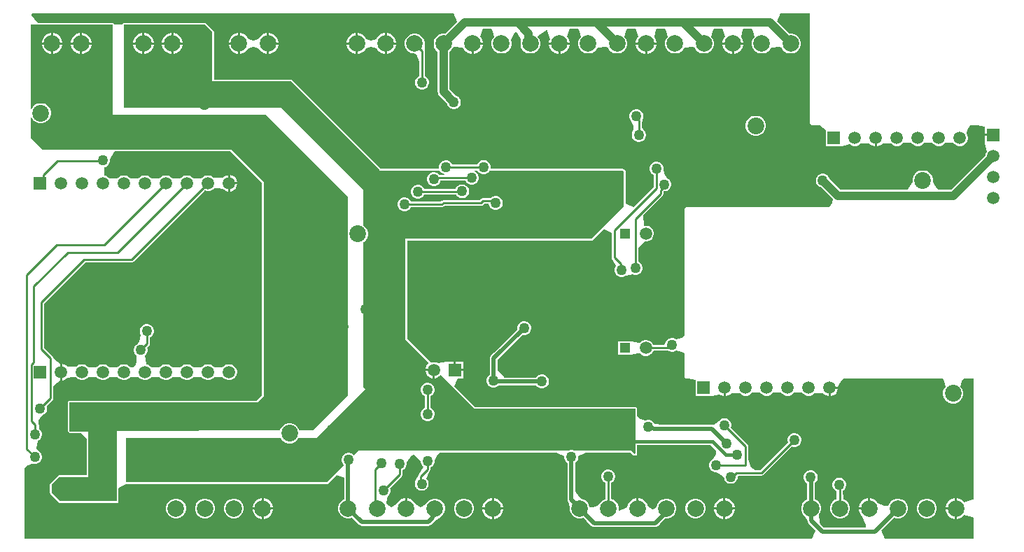
<source format=gbl>
G04*
G04 #@! TF.GenerationSoftware,Altium Limited,Altium Designer,21.0.9 (235)*
G04*
G04 Layer_Physical_Order=2*
G04 Layer_Color=1930808*
%FSLAX25Y25*%
%MOIN*%
G70*
G04*
G04 #@! TF.SameCoordinates,A275BC4C-76E1-47BA-AFC5-B931A1449514*
G04*
G04*
G04 #@! TF.FilePolarity,Positive*
G04*
G01*
G75*
%ADD12C,0.01000*%
%ADD13C,0.02000*%
%ADD40C,0.01600*%
%ADD41C,0.04000*%
%ADD43C,0.07953*%
%ADD44R,0.05906X0.05906*%
%ADD45C,0.05906*%
%ADD46R,0.04724X0.04724*%
%ADD47R,0.05906X0.05906*%
%ADD48C,0.07874*%
%ADD49C,0.05000*%
G36*
X474980Y299500D02*
X475058Y299110D01*
X475279Y298779D01*
X475779Y298279D01*
X476110Y298058D01*
X476500Y297980D01*
X479670D01*
X482747Y295753D01*
X482747Y293981D01*
Y288247D01*
X489714D01*
X490253Y288247D01*
X494196Y288997D01*
X495051Y288503D01*
X496006Y288247D01*
X496994D01*
X497949Y288503D01*
X498804Y288997D01*
X499080Y289273D01*
X499580Y289434D01*
X501647Y289510D01*
X503343Y289364D01*
X503658Y289252D01*
X504073Y288837D01*
X504974Y288317D01*
X505980Y288047D01*
X506000D01*
Y292000D01*
X507000D01*
Y288047D01*
X507020D01*
X508026Y288317D01*
X508927Y288837D01*
X509342Y289252D01*
X509657Y289364D01*
X511353Y289510D01*
X513420Y289434D01*
X513920Y289273D01*
X514196Y288997D01*
X515052Y288503D01*
X516006Y288247D01*
X516994D01*
X517948Y288503D01*
X518804Y288997D01*
X519219Y289412D01*
X519863Y289606D01*
X521500Y289646D01*
X523137Y289606D01*
X523781Y289412D01*
X524196Y288997D01*
X525051Y288503D01*
X526006Y288247D01*
X526994D01*
X527949Y288503D01*
X528804Y288997D01*
X529219Y289412D01*
X529863Y289606D01*
X531500Y289646D01*
X533137Y289606D01*
X533781Y289412D01*
X534196Y288997D01*
X535051Y288503D01*
X536006Y288247D01*
X536994D01*
X537949Y288503D01*
X538804Y288997D01*
X539219Y289412D01*
X539863Y289606D01*
X541500Y289646D01*
X543137Y289606D01*
X543781Y289412D01*
X544196Y288997D01*
X545051Y288503D01*
X546006Y288247D01*
X546994D01*
X547949Y288503D01*
X548804Y288997D01*
X549503Y289696D01*
X549997Y290551D01*
X550253Y291506D01*
Y292494D01*
X549997Y293448D01*
X549690Y293981D01*
X550140Y295627D01*
X551273Y297980D01*
X554766D01*
X558547Y297453D01*
X558547Y294000D01*
X562500D01*
Y293000D01*
X558547D01*
Y290170D01*
X558547Y289547D01*
X559349Y285547D01*
X559003Y284948D01*
X558747Y283994D01*
Y283741D01*
X542330Y267324D01*
X536355D01*
X535409Y268132D01*
X533587Y271182D01*
Y272440D01*
X533262Y273655D01*
X532633Y274744D01*
X531744Y275633D01*
X530655Y276262D01*
X529440Y276587D01*
X528182D01*
X526967Y276262D01*
X525878Y275633D01*
X524989Y274744D01*
X524360Y273655D01*
X524035Y272440D01*
Y271182D01*
X522213Y268132D01*
X521267Y267324D01*
X489724D01*
X484443Y272605D01*
X484313Y273090D01*
X483879Y273843D01*
X483264Y274457D01*
X482512Y274892D01*
X481672Y275117D01*
X480803D01*
X479964Y274892D01*
X479212Y274457D01*
X478597Y273843D01*
X478163Y273090D01*
X477938Y272251D01*
Y271382D01*
X478163Y270543D01*
X478597Y269790D01*
X479212Y269176D01*
X479964Y268741D01*
X480449Y268612D01*
X486041Y263019D01*
X485668Y260978D01*
X484526Y259019D01*
X416500D01*
X416110Y258942D01*
X415779Y258721D01*
X415558Y258390D01*
X415481Y258000D01*
Y197622D01*
X414160Y196793D01*
X411526Y196141D01*
X410774Y196575D01*
X409935Y196800D01*
X409065D01*
X408226Y196575D01*
X407474Y196141D01*
X406859Y195526D01*
X406425Y194774D01*
X406200Y193935D01*
X405860Y193325D01*
X400609Y193325D01*
X400497Y193448D01*
X400003Y194304D01*
X400003Y194304D01*
X399919Y194388D01*
X399304Y195003D01*
X398448Y195497D01*
X397494Y195753D01*
X396506D01*
X396506Y195753D01*
X396479Y195746D01*
X395551Y195497D01*
X394696Y195003D01*
X394162Y194469D01*
X393882Y194486D01*
X390162Y195162D01*
Y195162D01*
X383838D01*
Y188838D01*
X390162D01*
X390162Y188838D01*
X392940Y189459D01*
X394162Y189531D01*
X394696Y188997D01*
X395551Y188503D01*
X396479Y188254D01*
X396506Y188247D01*
X396506Y188247D01*
X397494D01*
X398448Y188503D01*
X399304Y188997D01*
X399896Y189588D01*
X400003Y189696D01*
X400003Y189696D01*
X400497Y190551D01*
X400609Y190674D01*
X405516D01*
X406918Y190674D01*
X407425Y190775D01*
X407515Y190836D01*
X408226Y190425D01*
X408226Y190425D01*
X408401Y190378D01*
X409065Y190200D01*
X409935D01*
X410774Y190425D01*
X411526Y190859D01*
X414160Y190207D01*
X415481Y189378D01*
Y178500D01*
X415558Y178110D01*
X415779Y177779D01*
X416110Y177558D01*
X416500Y177480D01*
X417049D01*
X420747Y176753D01*
X420747Y173480D01*
Y169247D01*
X427484D01*
X428253Y169247D01*
X432073Y169837D01*
X432974Y169317D01*
X433980Y169047D01*
X434000D01*
Y173000D01*
X435000D01*
Y169047D01*
X435020D01*
X436026Y169317D01*
X436927Y169837D01*
X437342Y170252D01*
X437657Y170364D01*
X439353Y170510D01*
X441420Y170434D01*
X441920Y170273D01*
X442196Y169997D01*
X443051Y169503D01*
X444006Y169247D01*
X444994D01*
X445949Y169503D01*
X446804Y169997D01*
X447219Y170412D01*
X447863Y170606D01*
X449500Y170646D01*
X451137Y170606D01*
X451781Y170412D01*
X452196Y169997D01*
X453052Y169503D01*
X454006Y169247D01*
X454994D01*
X455948Y169503D01*
X456804Y169997D01*
X457219Y170412D01*
X457863Y170606D01*
X459500Y170646D01*
X461137Y170606D01*
X461781Y170412D01*
X462196Y169997D01*
X463052Y169503D01*
X464006Y169247D01*
X464994D01*
X465948Y169503D01*
X466804Y169997D01*
X467219Y170412D01*
X467863Y170606D01*
X469500Y170646D01*
X471137Y170606D01*
X471781Y170412D01*
X472196Y169997D01*
X473052Y169503D01*
X474006Y169247D01*
X474994D01*
X475948Y169503D01*
X476804Y169997D01*
X477080Y170273D01*
X477580Y170434D01*
X479647Y170510D01*
X481343Y170364D01*
X481658Y170252D01*
X482073Y169837D01*
X482974Y169317D01*
X483980Y169047D01*
X484000D01*
Y173000D01*
X484500D01*
Y173500D01*
X488453D01*
Y173520D01*
X489982Y176375D01*
X491057Y177480D01*
X538289D01*
X539104Y176174D01*
X539726Y173480D01*
X539489Y173244D01*
X538860Y172155D01*
X538535Y170940D01*
Y169682D01*
X538860Y168467D01*
X539489Y167378D01*
X540378Y166489D01*
X541467Y165860D01*
X542682Y165535D01*
X543940D01*
X545155Y165860D01*
X546244Y166489D01*
X547133Y167378D01*
X547762Y168467D01*
X548087Y169682D01*
Y170940D01*
X547762Y172155D01*
X547133Y173244D01*
X546896Y173480D01*
X547518Y176174D01*
X548333Y177480D01*
X552981D01*
Y119914D01*
X552467Y119603D01*
X548541Y118531D01*
X547622Y119451D01*
X546496Y120101D01*
X545240Y120437D01*
X545090D01*
Y115500D01*
Y110563D01*
X545240D01*
X546496Y110899D01*
X547622Y111549D01*
X548541Y112469D01*
X552467Y111398D01*
X552981Y111086D01*
Y101020D01*
X510803D01*
X509146Y105019D01*
X511002Y106875D01*
X513830Y109703D01*
X515211Y111084D01*
X515507Y111004D01*
X516408Y110763D01*
X517655D01*
X518860Y111086D01*
X519940Y111709D01*
X520822Y112591D01*
X521446Y113672D01*
X521769Y114876D01*
Y116124D01*
X521446Y117328D01*
X520822Y118409D01*
X519940Y119291D01*
X518860Y119914D01*
X517655Y120237D01*
X516408D01*
X515203Y119914D01*
X514123Y119291D01*
X513241Y118409D01*
X512617Y117328D01*
X512535Y117022D01*
X511983Y116655D01*
X510572Y116911D01*
X507429Y118140D01*
X507203Y118531D01*
X506283Y119451D01*
X505158Y120101D01*
X503902Y120437D01*
X503752D01*
Y115500D01*
X503252D01*
Y115000D01*
X498315D01*
Y114850D01*
X498651Y113594D01*
X499301Y112469D01*
X500221Y111549D01*
X501749Y107909D01*
X501906Y106744D01*
X501665Y106335D01*
X485506D01*
X481580Y106515D01*
X481580Y106515D01*
Y106515D01*
X480125Y107970D01*
X479821Y108716D01*
X479819Y108742D01*
X479484Y112591D01*
X480107Y113672D01*
X480430Y114876D01*
Y116124D01*
X480107Y117328D01*
X479484Y118409D01*
X478602Y119291D01*
X477794Y119757D01*
X477528Y119910D01*
Y127767D01*
X477536Y127771D01*
X477536Y127771D01*
X478150Y128385D01*
X478584Y129138D01*
X478809Y129977D01*
Y130846D01*
X478809Y130846D01*
X478584Y131685D01*
X478150Y132438D01*
X477536Y133052D01*
X476783Y133487D01*
X476783Y133487D01*
X475944Y133712D01*
X475075D01*
X474236Y133487D01*
X473483Y133052D01*
X472869Y132438D01*
X472434Y131685D01*
X472209Y130846D01*
Y129977D01*
X472434Y129138D01*
X472869Y128385D01*
X473483Y127771D01*
X473858Y127555D01*
Y119910D01*
X473592Y119757D01*
X472784Y119291D01*
X471902Y118409D01*
X471279Y117328D01*
X470956Y116124D01*
Y114876D01*
X471279Y113672D01*
X471902Y112591D01*
X472697Y111796D01*
X474008Y109288D01*
X474056Y109046D01*
X474415Y108508D01*
X474415Y108508D01*
X474454Y108451D01*
X476405Y106499D01*
Y106499D01*
X477885Y105019D01*
X477748Y104690D01*
X476228Y101020D01*
X101020D01*
Y134657D01*
X102133Y135675D01*
X104544Y136837D01*
X105019Y136846D01*
X105566Y136700D01*
X106434D01*
X107274Y136925D01*
X108026Y137359D01*
X108641Y137974D01*
X109075Y138726D01*
X109300Y139566D01*
Y140434D01*
X109075Y141274D01*
X108641Y142026D01*
X108026Y142641D01*
X107274Y143075D01*
X106736Y144042D01*
X107274Y147751D01*
X108026Y148185D01*
X108641Y148800D01*
X109075Y149552D01*
X109300Y150391D01*
Y151260D01*
X109075Y152100D01*
X108641Y152852D01*
X108026Y153467D01*
X107971Y153498D01*
X107834Y157454D01*
X109248Y159784D01*
X109774Y159925D01*
X110526Y160359D01*
X111141Y160974D01*
X111575Y161726D01*
X111800Y162566D01*
Y163434D01*
X111591Y164216D01*
X114437Y167063D01*
X114725Y167493D01*
X114825Y168000D01*
Y173438D01*
X115350Y174263D01*
X117980Y176547D01*
X118000D01*
Y180500D01*
Y184453D01*
X117980D01*
X115357Y186570D01*
X114725Y187504D01*
X114725Y187507D01*
X114437Y187937D01*
X110476Y191899D01*
Y192414D01*
Y212586D01*
Y213101D01*
X110839Y213465D01*
X129685Y232311D01*
X130049Y232675D01*
X130571D01*
X150958D01*
X152000D01*
X152507Y232775D01*
X152937Y233063D01*
X153706Y233831D01*
X186692Y266818D01*
X186885Y267011D01*
X187051Y267003D01*
X188006Y266747D01*
X188006Y266747D01*
X188158Y266747D01*
X188994D01*
X189948Y267003D01*
X190804Y267497D01*
X191080Y267773D01*
X191580Y267934D01*
X193647Y268010D01*
X195343Y267864D01*
X195658Y267752D01*
X196073Y267337D01*
X196974Y266817D01*
X197980Y266547D01*
X198000D01*
Y270500D01*
Y274453D01*
X197980D01*
X196974Y274183D01*
X196073Y273663D01*
X195658Y273248D01*
X195343Y273136D01*
X193647Y272990D01*
X191580Y273066D01*
X191080Y273227D01*
X190804Y273503D01*
X189948Y273997D01*
X188994Y274253D01*
X188006D01*
X187051Y273997D01*
X186196Y273503D01*
X185781Y273088D01*
X185137Y272894D01*
X183500Y272854D01*
X181863Y272894D01*
X181219Y273088D01*
X180804Y273503D01*
X179948Y273997D01*
X178994Y274253D01*
X178006D01*
X177051Y273997D01*
X176196Y273503D01*
X175781Y273088D01*
X175137Y272894D01*
X173500Y272854D01*
X171863Y272894D01*
X171219Y273088D01*
X170804Y273503D01*
X169948Y273997D01*
X168994Y274253D01*
X168006D01*
X167051Y273997D01*
X166196Y273503D01*
X165781Y273088D01*
X165137Y272894D01*
X163500Y272854D01*
X161863Y272894D01*
X161219Y273088D01*
X160804Y273503D01*
X159949Y273997D01*
X158994Y274253D01*
X158006D01*
X157052Y273997D01*
X156196Y273503D01*
X155781Y273088D01*
X155137Y272894D01*
X153500Y272854D01*
X151863Y272894D01*
X151219Y273088D01*
X150804Y273503D01*
X149949Y273997D01*
X148994Y274253D01*
X148006D01*
X147052Y273997D01*
X146196Y273503D01*
X145781Y273088D01*
X145137Y272894D01*
X143500Y272854D01*
X141863Y272894D01*
X141219Y273088D01*
X140804Y273503D01*
X139948Y273997D01*
X138994Y274253D01*
X138920Y278014D01*
X139759Y278239D01*
X140512Y278674D01*
X141126Y279288D01*
X141561Y280041D01*
X141786Y280880D01*
Y281684D01*
X141786Y281749D01*
X143340Y284722D01*
X144119Y285656D01*
X144155Y285684D01*
X199162D01*
X214184Y270662D01*
Y169338D01*
X211662Y166816D01*
X122500D01*
X122188Y166754D01*
X121923Y166577D01*
X121746Y166312D01*
X121684Y166000D01*
X121684Y155057D01*
X121684Y152560D01*
X121684Y152560D01*
X121685Y152559D01*
X121684Y152558D01*
X121716Y152403D01*
X121716Y152403D01*
X121746Y152248D01*
X121747Y152248D01*
X121747Y152247D01*
X121747Y152246D01*
X121747Y152246D01*
X121835Y152116D01*
X121923Y151983D01*
X121924Y151983D01*
X121925Y151982D01*
X122279Y151629D01*
X122280Y151629D01*
X122281Y151628D01*
X122413Y151541D01*
X122544Y151453D01*
X122544Y151453D01*
X122545Y151453D01*
X122546Y151453D01*
X122546Y151453D01*
X122701Y151423D01*
X122701Y151423D01*
X122856Y151392D01*
X122856Y151392D01*
X122857Y151392D01*
X122858Y151392D01*
X122858Y151392D01*
X125205Y151403D01*
X127849Y151416D01*
X130684Y148595D01*
Y131316D01*
X117500D01*
X117500Y131316D01*
X117188Y131254D01*
X116923Y131077D01*
X116923Y131077D01*
X113423Y127577D01*
X113246Y127312D01*
X113184Y127000D01*
X113184Y127000D01*
Y123000D01*
X113246Y122688D01*
X113423Y122423D01*
X113423Y122423D01*
X117423Y118423D01*
X117688Y118246D01*
X118000Y118184D01*
X118000Y118184D01*
X145000D01*
X145312Y118246D01*
X145577Y118423D01*
X145754Y118688D01*
X145816Y119000D01*
Y125055D01*
X146660Y125699D01*
X149500Y127184D01*
X245000D01*
X245312Y127246D01*
X245577Y127423D01*
X245577Y127423D01*
X249690Y131536D01*
X253385Y130005D01*
Y119910D01*
X253119Y119757D01*
X252312Y119291D01*
X251430Y118409D01*
X250806Y117328D01*
X250483Y116124D01*
Y114876D01*
X250806Y113672D01*
X251430Y112591D01*
X252312Y111709D01*
X253392Y111086D01*
X254597Y110763D01*
X255844D01*
X256745Y111004D01*
X257041Y111084D01*
X258617Y109508D01*
X260423Y107702D01*
X260423Y107702D01*
X261018Y107304D01*
X261653Y107178D01*
X261653Y107178D01*
X261720Y107165D01*
X265095Y107165D01*
X265098Y107165D01*
X265647Y107165D01*
X268902D01*
X272902D01*
X279650D01*
X283650Y107165D01*
Y107165D01*
X285909D01*
X289573D01*
X292062Y107165D01*
X292063Y107165D01*
X293500Y107165D01*
X293568Y107178D01*
X293568Y107178D01*
X294202Y107304D01*
X294202Y107305D01*
X294798Y107702D01*
X295765Y108670D01*
X296733Y109637D01*
X296771Y109695D01*
X298371Y110890D01*
X299468Y111709D01*
X299799Y112041D01*
X300350Y112591D01*
X300973Y113672D01*
X301296Y114876D01*
Y116124D01*
X300973Y117328D01*
X300350Y118409D01*
X299468Y119291D01*
X298388Y119914D01*
X297183Y120237D01*
X295935D01*
X294731Y119914D01*
X293651Y119291D01*
X292769Y118409D01*
X292145Y117328D01*
X292131Y117276D01*
X289818Y116178D01*
X287396Y117347D01*
X287380Y117406D01*
X286730Y118531D01*
X285811Y119451D01*
X284685Y120101D01*
X283430Y120437D01*
X283279D01*
Y115500D01*
X282279D01*
Y120437D01*
X282130D01*
X280874Y120101D01*
X279748Y119451D01*
X278829Y118531D01*
X278179Y117406D01*
X278163Y117347D01*
X275741Y116178D01*
X274641Y116700D01*
X273522Y118036D01*
X274026Y121359D01*
X274641Y121974D01*
X275075Y122726D01*
X275300Y123566D01*
X275300Y124434D01*
X275300Y124435D01*
X275110Y125145D01*
X280095Y130131D01*
X280798Y130834D01*
X281085Y131264D01*
X281186Y131771D01*
Y133822D01*
X281853Y134207D01*
X281853Y134207D01*
X282467Y134822D01*
X282902Y135574D01*
X283127Y136414D01*
Y137283D01*
X285467Y140850D01*
X286760Y140994D01*
X289700Y138245D01*
Y137566D01*
X289925Y136726D01*
X290359Y135974D01*
X290974Y135359D01*
X290597Y134692D01*
X288720Y131470D01*
X288677Y131405D01*
X288671Y131377D01*
X287172Y128527D01*
X286947Y127688D01*
X286947Y127688D01*
X286947Y127300D01*
Y126819D01*
X287172Y125979D01*
X287606Y125227D01*
X288221Y124612D01*
X288973Y124178D01*
X289812Y123953D01*
X290681D01*
X291521Y124178D01*
X292273Y124612D01*
X292887Y125227D01*
X293322Y125979D01*
X293547Y126819D01*
Y127688D01*
X293322Y128527D01*
X292887Y129279D01*
X292427Y129740D01*
X292273Y129894D01*
X294175Y133415D01*
X294225Y133489D01*
X294325Y133997D01*
Y134955D01*
X295026Y135359D01*
X295026Y135359D01*
X295641Y135974D01*
X296075Y136726D01*
X296300Y137566D01*
Y138184D01*
X296300Y138435D01*
X297890Y141144D01*
X298899Y142184D01*
X354528D01*
X358200Y140434D01*
Y139566D01*
X358425Y138726D01*
X358859Y137974D01*
X359408Y137425D01*
X359474Y137359D01*
X359474D01*
X359665Y137249D01*
Y124294D01*
Y122383D01*
X359665Y122383D01*
X359665Y120826D01*
X359665Y120825D01*
X359665Y119609D01*
X359678Y119541D01*
X359678Y119541D01*
X359804Y118906D01*
X359909Y118750D01*
X360720Y115972D01*
Y114876D01*
X361042Y113672D01*
X361666Y112591D01*
X362548Y111709D01*
X363628Y111086D01*
X364833Y110763D01*
X366080D01*
X366981Y111004D01*
X367278Y111084D01*
X368830Y109531D01*
X371159Y107202D01*
X371159Y107202D01*
X371216Y107164D01*
X371217Y107164D01*
X371754Y106804D01*
X372389Y106678D01*
X372389Y106678D01*
X372457Y106665D01*
X373874Y106665D01*
X373875Y106665D01*
X376383Y106665D01*
X381335D01*
X385586Y106665D01*
X390506Y106665D01*
X393911D01*
X397458D01*
X400015D01*
Y106665D01*
X401385Y106665D01*
X401453Y106678D01*
X401453D01*
X401453Y106678D01*
X402087Y106804D01*
X402087Y106804D01*
X402625Y107164D01*
X402625Y107164D01*
X402682Y107202D01*
X402682Y107202D01*
X403652Y108172D01*
X405459Y109979D01*
X406117Y110637D01*
X406798Y110703D01*
X407419Y110763D01*
X408624Y111086D01*
X408624Y111086D01*
X409704Y111709D01*
X410586Y112591D01*
X411209Y113672D01*
X411532Y114876D01*
Y116124D01*
X411209Y117328D01*
X410586Y118409D01*
X409704Y119291D01*
X408624Y119914D01*
X407419Y120237D01*
X406172D01*
X404967Y119914D01*
X403887Y119291D01*
X403005Y118409D01*
X402381Y117328D01*
X402058Y116124D01*
X400267Y115169D01*
X400128Y115228D01*
X397796Y116734D01*
X397616Y117406D01*
X396966Y118531D01*
X396047Y119451D01*
X394921Y120101D01*
X393666Y120437D01*
X393516D01*
Y115500D01*
X392516D01*
Y120437D01*
X392366D01*
X391110Y120101D01*
X389984Y119451D01*
X389065Y118531D01*
X388415Y117406D01*
X388079Y116150D01*
X384363Y114369D01*
X383973Y114876D01*
Y116124D01*
X383650Y117328D01*
X383027Y118409D01*
X382145Y119291D01*
X381618Y119595D01*
X381065Y119914D01*
X380444Y120322D01*
Y127768D01*
X381025Y128158D01*
X381026Y128159D01*
X381641Y128774D01*
X382075Y129526D01*
X382300Y130366D01*
Y131234D01*
X382075Y132074D01*
X381641Y132826D01*
X381026Y133441D01*
X380274Y133875D01*
X379434Y134100D01*
X378566D01*
X377726Y133875D01*
X376974Y133441D01*
X376359Y132826D01*
X375925Y132074D01*
X375700Y131234D01*
Y130366D01*
X375925Y129526D01*
X376359Y128774D01*
X376697Y128436D01*
X376974Y128159D01*
X376974Y128159D01*
X376974Y128159D01*
X377726Y127725D01*
X377793Y127662D01*
Y120209D01*
X377408Y119914D01*
X376328Y119291D01*
X375446Y118409D01*
X374822Y117328D01*
X372921Y116447D01*
X371701Y116161D01*
X370521Y116177D01*
X370081Y116545D01*
X369871Y117328D01*
X369247Y118409D01*
X368365Y119291D01*
X367285Y119914D01*
X366201Y120205D01*
X363665Y123154D01*
X363335Y123977D01*
Y137249D01*
X363526Y137359D01*
X363526D01*
X364141Y137974D01*
X364575Y138726D01*
X364800Y139566D01*
Y140434D01*
X368472Y142184D01*
X388816D01*
X389662Y142184D01*
X390961Y140885D01*
X391226Y140708D01*
X391538Y140646D01*
X391538Y140646D01*
X391850Y140708D01*
X391850Y140708D01*
X392312Y140900D01*
X392577Y141077D01*
X392577Y141077D01*
X392695Y141253D01*
X392754Y141341D01*
X392816Y141653D01*
X392816Y145869D01*
X427811D01*
X430543Y142911D01*
X430362Y141545D01*
X429226Y139075D01*
X428474Y138641D01*
X427859Y138026D01*
X427425Y137274D01*
X427200Y136434D01*
Y135566D01*
X427425Y134726D01*
X427859Y133974D01*
X428474Y133359D01*
X429226Y132925D01*
X430065Y132700D01*
X430447D01*
X431585Y132184D01*
X433583Y130596D01*
X434251Y129736D01*
X434364Y129315D01*
X434799Y128563D01*
X435413Y127948D01*
X436166Y127514D01*
X437005Y127289D01*
X437874D01*
X438713Y127514D01*
X439466Y127948D01*
X440080Y128563D01*
X440514Y129315D01*
X440651Y129825D01*
X440739Y130155D01*
X441097Y131175D01*
X445830D01*
X445830Y131175D01*
X448302D01*
X452000Y131175D01*
X452507Y131275D01*
X452937Y131563D01*
X454784Y133410D01*
X466448Y145074D01*
X467231Y144866D01*
X467231Y144866D01*
X468100Y144866D01*
X468939Y145090D01*
X469692Y145525D01*
X470306Y146139D01*
X470741Y146892D01*
X470965Y147731D01*
Y148600D01*
X470741Y149439D01*
X470306Y150192D01*
X469692Y150806D01*
X468939Y151241D01*
X468100Y151466D01*
X467231D01*
X466392Y151241D01*
X465639Y150806D01*
X465025Y150192D01*
X464590Y149439D01*
X464365Y148600D01*
X464365Y147731D01*
X464365Y147731D01*
X464574Y146948D01*
X452941Y135315D01*
X451451Y133826D01*
X449161D01*
X449161Y133826D01*
X447052Y135174D01*
X447051Y135175D01*
X445825Y138667D01*
X445825Y140700D01*
X445825Y145081D01*
X445725Y145588D01*
X445437Y146018D01*
X444704Y146752D01*
X437487Y153969D01*
X437696Y154750D01*
X437696Y154750D01*
X437696Y155619D01*
X437471Y156459D01*
X437037Y157211D01*
X436422Y157826D01*
X435670Y158260D01*
X434831Y158485D01*
X433962D01*
X433122Y158260D01*
X432370Y157826D01*
X431755Y157211D01*
X429521Y155447D01*
X428500Y155335D01*
X427308Y155335D01*
X405103D01*
X401223Y155626D01*
X401223Y155626D01*
X401199Y155668D01*
X400789Y156378D01*
X400174Y156993D01*
X399422Y157427D01*
X398582Y157652D01*
X398582Y157652D01*
X397713Y157652D01*
X396874Y157427D01*
X396816Y157393D01*
X394404Y158214D01*
X392816Y159344D01*
Y163000D01*
X392754Y163312D01*
X392577Y163577D01*
X392312Y163754D01*
X392000Y163816D01*
X315838D01*
X305802Y173852D01*
X307332Y177547D01*
X309953D01*
Y181000D01*
X306000D01*
Y181500D01*
X305500D01*
Y185453D01*
X302047D01*
Y185453D01*
X298047Y184651D01*
X297448Y184997D01*
X296494Y185253D01*
X295506D01*
X294390Y185210D01*
X294251Y185393D01*
X294210Y185428D01*
X294180Y185473D01*
X283316Y196338D01*
Y243184D01*
X371000D01*
X371000Y243184D01*
X371312Y243246D01*
X371577Y243423D01*
X376706Y248553D01*
X377519Y248432D01*
X380589Y246778D01*
Y235086D01*
X380690Y234579D01*
X380867Y234314D01*
X380977Y234149D01*
X380977Y234149D01*
X382859Y231026D01*
X382425Y230274D01*
X382200Y229434D01*
X382200Y228566D01*
X382200Y228566D01*
X382425Y227726D01*
X382859Y226974D01*
X383474Y226359D01*
X384226Y225925D01*
X384226Y225925D01*
X385066Y225700D01*
X385934D01*
X386774Y225925D01*
X387526Y226359D01*
X390726Y226925D01*
X391565Y226700D01*
X392435D01*
X393274Y226925D01*
X394026Y227359D01*
X394641Y227974D01*
X395075Y228726D01*
X395300Y229566D01*
Y230434D01*
X395075Y231274D01*
X394641Y232026D01*
X394026Y232641D01*
X393325Y233045D01*
Y239669D01*
X393915Y240553D01*
X396506Y242747D01*
X397494D01*
X398448Y243003D01*
X399304Y243497D01*
X400003Y244196D01*
X400497Y245052D01*
X400753Y246006D01*
Y246994D01*
X400497Y247949D01*
X400003Y248804D01*
X399304Y249503D01*
X398448Y249997D01*
X397494Y250253D01*
X396506D01*
X396237Y250481D01*
X395713Y255339D01*
X404861Y264487D01*
X405149Y264917D01*
X405249Y265424D01*
Y266404D01*
X405457Y266612D01*
X406235D01*
X407074Y266837D01*
X407826Y267271D01*
X408441Y267885D01*
X408875Y268638D01*
X409100Y269477D01*
Y270346D01*
X408875Y271185D01*
X408441Y271938D01*
X407826Y272552D01*
X407507Y272737D01*
X406828Y273385D01*
X405781Y275082D01*
X405300Y277066D01*
Y277935D01*
X405075Y278774D01*
X404641Y279526D01*
X404026Y280141D01*
X403274Y280575D01*
X402434Y280800D01*
X401566D01*
X400726Y280575D01*
X399974Y280141D01*
X399359Y279526D01*
X398925Y278774D01*
X398700Y277935D01*
Y277065D01*
X398925Y276226D01*
X399359Y275474D01*
X399974Y274859D01*
X399974Y274859D01*
X400372Y274630D01*
X400674Y274371D01*
X400674Y268612D01*
X391163Y259100D01*
X391076Y259109D01*
X387316Y260910D01*
Y273750D01*
X387316Y276000D01*
X387316Y276000D01*
X387316Y276000D01*
X387254Y276312D01*
X387253Y276312D01*
X387077Y276577D01*
X387077Y276577D01*
X386577Y277077D01*
X386312Y277254D01*
X386312Y277254D01*
X386000Y277316D01*
X386000Y277316D01*
X386000Y277316D01*
X383750Y277316D01*
X323307D01*
X322962Y277766D01*
Y278635D01*
X322737Y279474D01*
X322303Y280226D01*
X321688Y280841D01*
X320936Y281275D01*
X320096Y281500D01*
X319227D01*
X318388Y281275D01*
X317636Y280841D01*
X317021Y280226D01*
X316587Y279474D01*
X316553Y279347D01*
X304854D01*
X304450Y280048D01*
X303835Y280663D01*
X303083Y281097D01*
X302243Y281322D01*
X301375D01*
X300535Y281097D01*
X299783Y280663D01*
X299168Y280048D01*
X298734Y279296D01*
X298509Y278456D01*
Y277588D01*
X298300Y277316D01*
X270838D01*
X228577Y319577D01*
X228312Y319754D01*
X228000Y319816D01*
X228000Y319816D01*
X191316D01*
Y342500D01*
X191316Y342500D01*
X191254Y342812D01*
X191077Y343077D01*
X191077Y343077D01*
X187577Y346577D01*
X187312Y346754D01*
X187000Y346816D01*
X187000Y346816D01*
X148500D01*
X148188Y346754D01*
X147923Y346577D01*
X147746Y346312D01*
X147684Y346000D01*
X143816D01*
X143754Y346312D01*
X143577Y346577D01*
X143312Y346754D01*
X143000Y346816D01*
X107260D01*
X104550Y350346D01*
X104488Y350816D01*
X104721Y351438D01*
X104760Y351481D01*
X305475D01*
X307132Y347481D01*
X301363Y341712D01*
X301269Y341737D01*
X300022D01*
X298817Y341414D01*
X297737Y340791D01*
X296855Y339909D01*
X296232Y338828D01*
X295909Y337624D01*
Y336376D01*
X296232Y335172D01*
X296855Y334091D01*
X297737Y333209D01*
X297821Y333161D01*
Y314083D01*
X297918Y313352D01*
X298200Y312671D01*
X298649Y312086D01*
X302347Y308387D01*
X302477Y307903D01*
X302911Y307150D01*
X303526Y306536D01*
X304278Y306101D01*
X305118Y305876D01*
X305987D01*
X306826Y306101D01*
X307578Y306536D01*
X308193Y307150D01*
X308627Y307903D01*
X308852Y308742D01*
Y309611D01*
X308627Y310450D01*
X308193Y311203D01*
X307578Y311817D01*
X306826Y312251D01*
X306341Y312381D01*
X303470Y315253D01*
Y333161D01*
X303554Y333209D01*
X304436Y334091D01*
X305060Y335172D01*
X305631Y335362D01*
X309825Y335094D01*
X310475Y333969D01*
X311394Y333049D01*
X312520Y332399D01*
X313775Y332063D01*
X313925D01*
Y337000D01*
X314425D01*
Y337500D01*
X319362D01*
Y337650D01*
X319026Y338906D01*
X318376Y340031D01*
X318231Y340176D01*
X319114Y343400D01*
X319523Y344003D01*
X323368Y343959D01*
X324132Y342703D01*
X324681Y340176D01*
X324414Y339909D01*
X323791Y338828D01*
X323468Y337624D01*
Y336376D01*
X323791Y335172D01*
X324414Y334091D01*
X325296Y333209D01*
X326376Y332586D01*
X327581Y332263D01*
X328828D01*
X330033Y332586D01*
X331113Y333209D01*
X331995Y334091D01*
X332619Y335172D01*
X332942Y336376D01*
Y337624D01*
X332619Y338828D01*
X334460Y342094D01*
X334921Y342502D01*
X335258Y342477D01*
X335635Y342147D01*
X337510Y338931D01*
X337559Y338787D01*
X337247Y337624D01*
Y336376D01*
X337570Y335172D01*
X338194Y334091D01*
X339076Y333209D01*
X340156Y332586D01*
X341361Y332263D01*
X342608D01*
X343813Y332586D01*
X344893Y333209D01*
X345775Y334091D01*
X346398Y335172D01*
X346721Y336376D01*
Y337624D01*
X346398Y338828D01*
X345775Y339909D01*
X345508Y340176D01*
X345648Y340822D01*
X349683Y343418D01*
X349932Y343337D01*
X350106Y343031D01*
X351348Y339225D01*
X351163Y338906D01*
X350827Y337650D01*
Y337500D01*
X355764D01*
X360701D01*
Y337650D01*
X360364Y338906D01*
X359714Y340031D01*
X359570Y340176D01*
X360453Y343400D01*
X360861Y344003D01*
X364706Y343959D01*
X365471Y342703D01*
X366020Y340176D01*
X365753Y339909D01*
X365129Y338828D01*
X364806Y337624D01*
Y336376D01*
X365129Y335172D01*
X365753Y334091D01*
X366635Y333209D01*
X367715Y332586D01*
X368920Y332263D01*
X370167D01*
X371372Y332586D01*
X372452Y333209D01*
X373334Y334091D01*
X373957Y335172D01*
X378127Y335474D01*
X378909Y335172D01*
X379532Y334091D01*
X380414Y333209D01*
X381494Y332586D01*
X382699Y332263D01*
X383946D01*
X385151Y332586D01*
X386231Y333209D01*
X387113Y334091D01*
X387737Y335172D01*
X388060Y336376D01*
Y337624D01*
X387737Y338828D01*
X387113Y339909D01*
X386846Y340176D01*
X387395Y342703D01*
X388160Y343959D01*
X392005Y344003D01*
X392413Y343400D01*
X393296Y340176D01*
X393152Y340031D01*
X392502Y338906D01*
X392165Y337650D01*
Y337500D01*
X397102D01*
X402039D01*
Y337650D01*
X401703Y338906D01*
X401053Y340031D01*
X400909Y340176D01*
X401791Y343400D01*
X402200Y344003D01*
X406045Y343959D01*
X406809Y342703D01*
X407359Y340176D01*
X407091Y339909D01*
X406468Y338828D01*
X406145Y337624D01*
Y336376D01*
X406468Y335172D01*
X407091Y334091D01*
X407973Y333209D01*
X409054Y332586D01*
X410258Y332263D01*
X411506D01*
X412710Y332586D01*
X413791Y333209D01*
X414672Y334091D01*
X415296Y335172D01*
X419465Y335474D01*
X420247Y335172D01*
X420871Y334091D01*
X421753Y333209D01*
X422833Y332586D01*
X424038Y332263D01*
X425285D01*
X426490Y332586D01*
X427570Y333209D01*
X428452Y334091D01*
X429076Y335172D01*
X429398Y336376D01*
Y337624D01*
X429076Y338828D01*
X428452Y339909D01*
X428185Y340176D01*
X428734Y342703D01*
X429498Y343959D01*
X433343Y344003D01*
X433752Y343400D01*
X434635Y340176D01*
X434490Y340031D01*
X433840Y338906D01*
X433504Y337650D01*
Y337500D01*
X438441D01*
Y337000D01*
D01*
Y337500D01*
X443378D01*
Y337650D01*
X443042Y338906D01*
X442391Y340031D01*
X442247Y340176D01*
X443130Y343400D01*
X443539Y344003D01*
X447384Y343959D01*
X448148Y342703D01*
X448697Y340176D01*
X448430Y339909D01*
X447806Y338828D01*
X447483Y337624D01*
Y336376D01*
X447806Y335172D01*
X448430Y334091D01*
X449312Y333209D01*
X450392Y332586D01*
X451597Y332263D01*
X452844D01*
X454049Y332586D01*
X455129Y333209D01*
X456011Y334091D01*
X456635Y335172D01*
X460804Y335474D01*
X461586Y335172D01*
X462210Y334091D01*
X463091Y333209D01*
X464172Y332586D01*
X465376Y332263D01*
X466624D01*
X467828Y332586D01*
X468909Y333209D01*
X469791Y334091D01*
X470414Y335172D01*
X470737Y336376D01*
Y337624D01*
X470414Y338828D01*
X469791Y339909D01*
X468909Y340791D01*
X467828Y341414D01*
X466624Y341737D01*
X465376D01*
X465282Y341712D01*
X459514Y347481D01*
X461170Y351481D01*
X474980D01*
Y299500D01*
D02*
G37*
G36*
X143000Y303000D02*
X216000D01*
X255000Y264000D01*
Y169500D01*
X238273Y152773D01*
X231873Y152742D01*
X231762Y153155D01*
X231133Y154244D01*
X230244Y155133D01*
X229155Y155762D01*
X227940Y156087D01*
X226682D01*
X225467Y155762D01*
X224378Y155133D01*
X223489Y154244D01*
X222860Y153155D01*
X222738Y152697D01*
X145000Y152316D01*
Y119000D01*
X118000D01*
X114000Y123000D01*
Y127000D01*
X117500Y130500D01*
X131500D01*
Y152250D01*
X122854Y152208D01*
X122500Y152560D01*
X122500Y166000D01*
X212000D01*
X215000Y169000D01*
Y271000D01*
X199500Y286500D01*
X109500D01*
X104000Y292000D01*
Y301591D01*
X104500Y301725D01*
X104989Y300878D01*
X105878Y299989D01*
X106967Y299360D01*
X108182Y299035D01*
X109440D01*
X110655Y299360D01*
X111744Y299989D01*
X112633Y300878D01*
X113262Y301967D01*
X113587Y303182D01*
Y304440D01*
X113262Y305655D01*
X112633Y306744D01*
X111744Y307633D01*
X110655Y308262D01*
X109440Y308587D01*
X108182D01*
X106967Y308262D01*
X105878Y307633D01*
X104989Y306744D01*
X104500Y305897D01*
X104000Y306031D01*
Y346000D01*
X143000D01*
Y303000D01*
D02*
G37*
G36*
X190500Y342500D02*
Y319000D01*
X228000D01*
X270500Y276500D01*
X298877D01*
X299168Y275996D01*
X299783Y275381D01*
X300535Y274947D01*
X300988Y274826D01*
X300922Y274325D01*
X298757D01*
X298641Y274526D01*
X298026Y275141D01*
X297274Y275575D01*
X296434Y275800D01*
X295566D01*
X294726Y275575D01*
X293974Y275141D01*
X293359Y274526D01*
X292925Y273774D01*
X292700Y272935D01*
Y272065D01*
X292925Y271226D01*
X293359Y270474D01*
X293974Y269859D01*
X294726Y269425D01*
X295566Y269200D01*
X296434D01*
X297274Y269425D01*
X298026Y269859D01*
X298641Y270474D01*
X299075Y271226D01*
X299195Y271674D01*
X310955D01*
X311359Y270974D01*
X311974Y270359D01*
X312726Y269925D01*
X313565Y269700D01*
X314435D01*
X315274Y269925D01*
X316026Y270359D01*
X316641Y270974D01*
X317075Y271726D01*
X317300Y272566D01*
Y273434D01*
X317075Y274274D01*
X316641Y275026D01*
X316026Y275641D01*
X315404Y276000D01*
X315538Y276500D01*
X316833D01*
X317021Y276174D01*
X317636Y275559D01*
X318388Y275125D01*
X319227Y274900D01*
X320096D01*
X320936Y275125D01*
X321688Y275559D01*
X322303Y276174D01*
X322491Y276500D01*
X386000D01*
X386500Y276000D01*
X386500Y259500D01*
X371000Y244000D01*
X282500D01*
Y196000D01*
X293604Y184896D01*
X293573Y184663D01*
X292837Y183927D01*
X292317Y183026D01*
X292047Y182020D01*
Y182000D01*
X296000D01*
Y181500D01*
X296500D01*
Y177547D01*
X296520D01*
X297526Y177817D01*
X298427Y178337D01*
X299163Y179073D01*
X299396Y179104D01*
X315500Y163000D01*
X392000D01*
Y141653D01*
X391538Y141462D01*
X390000Y143000D01*
X362904D01*
X362774Y143075D01*
X361934Y143300D01*
X361066D01*
X360226Y143075D01*
X360096Y143000D01*
X260000D01*
X257838Y140838D01*
X257387Y141289D01*
X256635Y141723D01*
X255795Y141948D01*
X254926D01*
X254087Y141723D01*
X253335Y141289D01*
X252720Y140674D01*
X252286Y139922D01*
X252061Y139083D01*
Y138214D01*
X252286Y137374D01*
X252720Y136622D01*
X253171Y136171D01*
X245000Y128000D01*
X149500D01*
Y149000D01*
X223130D01*
X223489Y148378D01*
X224378Y147489D01*
X225467Y146860D01*
X226682Y146535D01*
X227940D01*
X229155Y146860D01*
X230244Y147489D01*
X231133Y148378D01*
X231492Y149000D01*
X240000D01*
X263500Y172500D01*
X262500Y173500D01*
Y242348D01*
X262744Y242489D01*
X263633Y243378D01*
X264262Y244467D01*
X264587Y245682D01*
Y246940D01*
X264262Y248155D01*
X263633Y249244D01*
X262744Y250133D01*
X262500Y250274D01*
Y267500D01*
X223500Y306500D01*
X148500D01*
Y346000D01*
X187000D01*
X190500Y342500D01*
D02*
G37*
%LPC*%
G36*
X272587Y341937D02*
X272437D01*
X271181Y341601D01*
X270055Y340951D01*
X269136Y340031D01*
X268618Y339134D01*
X266197Y338555D01*
X263776Y339134D01*
X263258Y340031D01*
X262338Y340951D01*
X261213Y341601D01*
X259957Y341937D01*
X259807D01*
Y337000D01*
Y332063D01*
X259957D01*
X261213Y332399D01*
X262338Y333049D01*
X263258Y333969D01*
X263776Y334866D01*
X266197Y335445D01*
X268618Y334866D01*
X269136Y333969D01*
X270055Y333049D01*
X271181Y332399D01*
X272437Y332063D01*
X272587D01*
Y337000D01*
Y341937D01*
D02*
G37*
G36*
X216500D02*
X216350D01*
X215094Y341601D01*
X213969Y340951D01*
X213049Y340031D01*
X212531Y339134D01*
X210110Y338555D01*
X207689Y339134D01*
X207171Y340031D01*
X206252Y340951D01*
X205126Y341601D01*
X203870Y341937D01*
X203720D01*
Y337000D01*
Y332063D01*
X203870D01*
X205126Y332399D01*
X206252Y333049D01*
X207171Y333969D01*
X207689Y334866D01*
X210110Y335445D01*
X212531Y334866D01*
X213049Y333969D01*
X213969Y333049D01*
X215094Y332399D01*
X216350Y332063D01*
X216500D01*
Y337000D01*
Y341937D01*
D02*
G37*
G36*
X217650D02*
X217500D01*
Y337500D01*
X221937D01*
Y337650D01*
X221601Y338906D01*
X220951Y340031D01*
X220031Y340951D01*
X218906Y341601D01*
X217650Y341937D01*
D02*
G37*
G36*
X273737D02*
X273587D01*
Y337500D01*
X278024D01*
Y337650D01*
X277687Y338906D01*
X277037Y340031D01*
X276118Y340951D01*
X274992Y341601D01*
X273737Y341937D01*
D02*
G37*
G36*
X258807D02*
X258657D01*
X257401Y341601D01*
X256276Y340951D01*
X255357Y340031D01*
X254707Y338906D01*
X254370Y337650D01*
Y337500D01*
X258807D01*
Y341937D01*
D02*
G37*
G36*
X202720D02*
X202571D01*
X201315Y341601D01*
X200189Y340951D01*
X199270Y340031D01*
X198620Y338906D01*
X198284Y337650D01*
Y337500D01*
X202720D01*
Y341937D01*
D02*
G37*
G36*
X443378Y336500D02*
X438941D01*
Y332063D01*
X439091D01*
X440347Y332399D01*
X441472Y333049D01*
X442391Y333969D01*
X443042Y335094D01*
X443378Y336350D01*
Y336500D01*
D02*
G37*
G36*
X437941D02*
X433504D01*
Y336350D01*
X433840Y335094D01*
X434490Y333969D01*
X435410Y333049D01*
X436535Y332399D01*
X437791Y332063D01*
X437941D01*
Y336500D01*
D02*
G37*
G36*
X402039D02*
X397602D01*
Y332063D01*
X397752D01*
X399008Y332399D01*
X400134Y333049D01*
X401053Y333969D01*
X401703Y335094D01*
X402039Y336350D01*
Y336500D01*
D02*
G37*
G36*
X396602D02*
X392165D01*
Y336350D01*
X392502Y335094D01*
X393152Y333969D01*
X394071Y333049D01*
X395197Y332399D01*
X396452Y332063D01*
X396602D01*
Y336500D01*
D02*
G37*
G36*
X360701D02*
X356264D01*
Y332063D01*
X356414D01*
X357669Y332399D01*
X358795Y333049D01*
X359714Y333969D01*
X360364Y335094D01*
X360701Y336350D01*
Y336500D01*
D02*
G37*
G36*
X355264D02*
X350827D01*
Y336350D01*
X351163Y335094D01*
X351813Y333969D01*
X352732Y333049D01*
X353858Y332399D01*
X355114Y332063D01*
X355264D01*
Y336500D01*
D02*
G37*
G36*
X319362D02*
X314925D01*
Y332063D01*
X315075D01*
X316331Y332399D01*
X317457Y333049D01*
X318376Y333969D01*
X319026Y335094D01*
X319362Y336350D01*
Y336500D01*
D02*
G37*
G36*
X278024D02*
X273587D01*
Y332063D01*
X273737D01*
X274992Y332399D01*
X276118Y333049D01*
X277037Y333969D01*
X277687Y335094D01*
X278024Y336350D01*
Y336500D01*
D02*
G37*
G36*
X258807D02*
X254370D01*
Y336350D01*
X254707Y335094D01*
X255357Y333969D01*
X256276Y333049D01*
X257401Y332399D01*
X258657Y332063D01*
X258807D01*
Y336500D01*
D02*
G37*
G36*
X221937D02*
X217500D01*
Y332063D01*
X217650D01*
X218906Y332399D01*
X220031Y333049D01*
X220951Y333969D01*
X221601Y335094D01*
X221937Y336350D01*
Y336500D01*
D02*
G37*
G36*
X202720D02*
X198284D01*
Y336350D01*
X198620Y335094D01*
X199270Y333969D01*
X200189Y333049D01*
X201315Y332399D01*
X202571Y332063D01*
X202720D01*
Y336500D01*
D02*
G37*
G36*
X287490Y341737D02*
X286243D01*
X285038Y341414D01*
X283958Y340791D01*
X283076Y339909D01*
X282452Y338828D01*
X282129Y337624D01*
Y336376D01*
X282452Y335172D01*
X283076Y334091D01*
X283958Y333209D01*
X285038Y332586D01*
X285045Y332584D01*
X286243Y332263D01*
X287638Y331893D01*
X287638Y331893D01*
D01*
X288987Y328523D01*
X288987Y327090D01*
Y321576D01*
X288286Y321170D01*
X288286Y321170D01*
X287672Y320556D01*
X287237Y319804D01*
X287012Y318964D01*
Y318095D01*
X287237Y317256D01*
X287672Y316504D01*
X288286Y315889D01*
X289039Y315455D01*
X289878Y315230D01*
X290747D01*
X291586Y315455D01*
X292339Y315889D01*
X292953Y316504D01*
X293388Y317256D01*
X293612Y318095D01*
Y318964D01*
X293388Y319804D01*
X292953Y320556D01*
X292339Y321170D01*
X292339Y321170D01*
X291638Y321577D01*
Y327653D01*
Y332664D01*
Y332664D01*
Y332664D01*
Y332664D01*
X291638Y332665D01*
Y333554D01*
X291630Y333594D01*
X291603Y336649D01*
Y337624D01*
X291280Y338828D01*
X290657Y339909D01*
X289775Y340791D01*
X288695Y341414D01*
X287490Y341737D01*
D02*
G37*
G36*
X449940Y302587D02*
X448682D01*
X447467Y302262D01*
X446378Y301633D01*
X445489Y300744D01*
X444860Y299655D01*
X444535Y298440D01*
Y297182D01*
X444860Y295967D01*
X445489Y294878D01*
X446378Y293989D01*
X447467Y293360D01*
X448682Y293035D01*
X449940D01*
X451155Y293360D01*
X452244Y293989D01*
X453133Y294878D01*
X453762Y295967D01*
X454087Y297182D01*
Y298440D01*
X453762Y299655D01*
X453133Y300744D01*
X452244Y301633D01*
X451155Y302262D01*
X449940Y302587D01*
D02*
G37*
G36*
X392934Y305759D02*
X392066D01*
X391226Y305534D01*
X390474Y305100D01*
X389859Y304485D01*
X389425Y303733D01*
X389200Y302893D01*
Y302024D01*
X389423Y301192D01*
X389425Y301185D01*
X390045Y299801D01*
X390935Y297818D01*
X391021Y296241D01*
X390730Y295306D01*
X390534Y294679D01*
X390310Y293840D01*
X390309Y293839D01*
X390309Y292970D01*
X390534Y292131D01*
X390969Y291379D01*
X391583Y290764D01*
X392336Y290330D01*
X393175Y290105D01*
X394044D01*
X394883Y290330D01*
X395636Y290764D01*
X396250Y291379D01*
X396685Y292131D01*
X396909Y292970D01*
Y293701D01*
X396909Y293839D01*
X396909Y293839D01*
X396685Y294679D01*
X396684Y294679D01*
X396250Y295431D01*
X395684Y296085D01*
X394941Y296943D01*
X395147Y299048D01*
X395722Y301734D01*
X395800Y302024D01*
Y302893D01*
X395575Y303733D01*
X395141Y304485D01*
X394526Y305100D01*
X393774Y305534D01*
X392934Y305759D01*
D02*
G37*
G36*
X199020Y274453D02*
X199000D01*
Y271000D01*
X202453D01*
Y271020D01*
X202183Y272026D01*
X201663Y272927D01*
X200927Y273663D01*
X200026Y274183D01*
X199020Y274453D01*
D02*
G37*
G36*
X202453Y270000D02*
X199000D01*
Y266547D01*
X199020D01*
X200026Y266817D01*
X200927Y267337D01*
X201663Y268073D01*
X202183Y268974D01*
X202453Y269980D01*
Y270000D01*
D02*
G37*
G36*
X339435Y204800D02*
X338565D01*
X337726Y204575D01*
X336974Y204141D01*
X336974Y204141D01*
X336359Y203526D01*
X335925Y202774D01*
X335700Y201934D01*
X335700Y201065D01*
X335700Y201065D01*
X335757Y200852D01*
X324694Y189790D01*
X323202Y188298D01*
X323164Y188240D01*
X323164D01*
X323164Y188240D01*
X323164Y188240D01*
X322804Y187702D01*
X322678Y187068D01*
X322678Y187068D01*
X322678Y187068D01*
X322678Y187068D01*
X322665Y187000D01*
Y180541D01*
X322665D01*
Y179251D01*
X322474Y179141D01*
X322474Y179141D01*
X322474Y179141D01*
X321859Y178526D01*
X321425Y177774D01*
X321200Y176934D01*
Y176066D01*
X321200Y176066D01*
X321425Y175226D01*
X321859Y174474D01*
X322474Y173859D01*
X323226Y173425D01*
X323226Y173425D01*
X324065Y173200D01*
X324935D01*
X325774Y173425D01*
X326526Y173859D01*
X326806Y174139D01*
X326832Y174165D01*
X328931D01*
Y174165D01*
X330298D01*
X344749D01*
X344859Y173974D01*
X344859Y173974D01*
X345474Y173359D01*
X346226Y172925D01*
X347065Y172700D01*
X347934D01*
X347935Y172700D01*
X348774Y172925D01*
X349526Y173359D01*
X350141Y173974D01*
X350575Y174726D01*
X350575Y174726D01*
X350800Y175566D01*
Y176434D01*
X350575Y177274D01*
X350575Y177274D01*
X350141Y178026D01*
X349526Y178641D01*
X348774Y179075D01*
X347935Y179300D01*
X347934Y179300D01*
X347065D01*
X346226Y179075D01*
X345474Y178641D01*
X344925Y178092D01*
X344859Y178026D01*
Y178026D01*
X344749Y177835D01*
X329749D01*
X329428Y178165D01*
X326665Y180999D01*
X326335Y181336D01*
X326335Y186240D01*
X327422Y187327D01*
X338352Y198257D01*
X338565Y198200D01*
X338565Y198200D01*
X338658Y198200D01*
X339435D01*
X340274Y198425D01*
X341026Y198859D01*
X341641Y199474D01*
X341641Y199474D01*
X342075Y200226D01*
X342300Y201066D01*
Y201934D01*
X342075Y202774D01*
Y202774D01*
X341641Y203526D01*
X341026Y204141D01*
X340274Y204575D01*
X340274D01*
X339435Y204800D01*
D02*
G37*
G36*
X159725Y203311D02*
X158856D01*
X158017Y203086D01*
X157264Y202652D01*
X156650Y202037D01*
X156215Y201285D01*
X155990Y200445D01*
Y199576D01*
X156215Y198737D01*
X156502Y198240D01*
X156240Y196318D01*
X155790Y195019D01*
X155170Y194029D01*
X155118Y194015D01*
X154365Y193581D01*
X153751Y192966D01*
X153316Y192214D01*
X153092Y191375D01*
Y190506D01*
X153316Y189666D01*
X153751Y188914D01*
X154318Y188347D01*
X154376Y188089D01*
X154520Y185396D01*
X154157Y183898D01*
X152747Y182872D01*
X151863Y182894D01*
X151219Y183088D01*
X150804Y183503D01*
X149949Y183997D01*
X148994Y184253D01*
X148006D01*
X147052Y183997D01*
X146196Y183503D01*
X145781Y183088D01*
X145137Y182894D01*
X143500Y182854D01*
X141863Y182894D01*
X141219Y183088D01*
X140804Y183503D01*
X139948Y183997D01*
X138994Y184253D01*
X138006D01*
X137051Y183997D01*
X136196Y183503D01*
X135781Y183088D01*
X135137Y182894D01*
X133500Y182854D01*
X131863Y182894D01*
X131219Y183088D01*
X130804Y183503D01*
X129948Y183997D01*
X128994Y184253D01*
X128006D01*
X127051Y183997D01*
X126196Y183503D01*
X125920Y183227D01*
X125420Y183066D01*
X123353Y182990D01*
X121657Y183136D01*
X121342Y183248D01*
X120927Y183663D01*
X120026Y184183D01*
X119020Y184453D01*
X119000D01*
Y180500D01*
Y176547D01*
X119020D01*
X120026Y176817D01*
X120927Y177337D01*
X121342Y177752D01*
X121657Y177864D01*
X123353Y178010D01*
X125420Y177934D01*
X125920Y177773D01*
X126196Y177497D01*
X127051Y177003D01*
X128006Y176747D01*
X128994D01*
X129948Y177003D01*
X130804Y177497D01*
X131219Y177912D01*
X131863Y178106D01*
X133500Y178146D01*
X135137Y178106D01*
X135781Y177912D01*
X136196Y177497D01*
X137051Y177003D01*
X138006Y176747D01*
X138994D01*
X139948Y177003D01*
X140804Y177497D01*
X141219Y177912D01*
X141863Y178106D01*
X143500Y178146D01*
X145137Y178106D01*
X145781Y177912D01*
X146196Y177497D01*
X147052Y177003D01*
X148006Y176747D01*
X148994D01*
X149949Y177003D01*
X150804Y177497D01*
X151219Y177912D01*
X151863Y178106D01*
X153500Y178146D01*
X155137Y178106D01*
X155781Y177912D01*
X156196Y177497D01*
X157052Y177003D01*
X158006Y176747D01*
X158994D01*
X159949Y177003D01*
X160804Y177497D01*
X161219Y177912D01*
X161863Y178106D01*
X163500Y178146D01*
X165137Y178106D01*
X165781Y177912D01*
X166196Y177497D01*
X167051Y177003D01*
X168006Y176747D01*
X168994D01*
X169948Y177003D01*
X170804Y177497D01*
X171219Y177912D01*
X171863Y178106D01*
X173500Y178146D01*
X175137Y178106D01*
X175781Y177912D01*
X176196Y177497D01*
X177051Y177003D01*
X178006Y176747D01*
X178994D01*
X179948Y177003D01*
X180804Y177497D01*
X181219Y177912D01*
X181863Y178106D01*
X183500Y178146D01*
X185137Y178106D01*
X185781Y177912D01*
X186196Y177497D01*
X187051Y177003D01*
X188006Y176747D01*
X188994D01*
X189948Y177003D01*
X190804Y177497D01*
X191219Y177912D01*
X191863Y178106D01*
X193500Y178146D01*
X195137Y178106D01*
X195781Y177912D01*
X196196Y177497D01*
X197052Y177003D01*
X198006Y176747D01*
X198994D01*
X199949Y177003D01*
X200804Y177497D01*
X201503Y178196D01*
X201997Y179051D01*
X202253Y180006D01*
Y180994D01*
X201997Y181948D01*
X201503Y182804D01*
X200804Y183503D01*
X199949Y183997D01*
X198994Y184253D01*
X198006D01*
X197052Y183997D01*
X196196Y183503D01*
X195781Y183088D01*
X195137Y182894D01*
X193500Y182854D01*
X191863Y182894D01*
X191219Y183088D01*
X190804Y183503D01*
X189948Y183997D01*
X188994Y184253D01*
X188006D01*
X187051Y183997D01*
X186196Y183503D01*
X185781Y183088D01*
X185137Y182894D01*
X183500Y182854D01*
X181863Y182894D01*
X181219Y183088D01*
X180804Y183503D01*
X179948Y183997D01*
X178994Y184253D01*
X178006D01*
X177051Y183997D01*
X176196Y183503D01*
X175781Y183088D01*
X175137Y182894D01*
X173500Y182854D01*
X171863Y182894D01*
X171219Y183088D01*
X170804Y183503D01*
X169948Y183997D01*
X168994Y184253D01*
X168006D01*
X167051Y183997D01*
X166196Y183503D01*
X165781Y183088D01*
X165137Y182894D01*
X163500Y182854D01*
X161863Y182894D01*
X161219Y183088D01*
X160804Y183503D01*
X159949Y183997D01*
X159570Y184161D01*
X159496Y184207D01*
X159094Y184485D01*
X158544Y188388D01*
X159032Y188914D01*
X159032Y188914D01*
X159467Y189666D01*
X159692Y190506D01*
X159692Y191375D01*
X159692Y191375D01*
X159482Y192156D01*
X160437Y193111D01*
X160725Y193541D01*
X160826Y194049D01*
Y197002D01*
X161005Y197165D01*
X161317Y197370D01*
X161931Y197985D01*
X162365Y198737D01*
X162590Y199576D01*
Y200445D01*
X162365Y201285D01*
X161931Y202037D01*
X161317Y202652D01*
X160564Y203086D01*
X159725Y203311D01*
D02*
G37*
G36*
X309953Y185453D02*
X306500D01*
Y182000D01*
X309953D01*
Y185453D01*
D02*
G37*
G36*
X488453Y172500D02*
X485000D01*
Y169047D01*
X485020D01*
X486026Y169317D01*
X486927Y169837D01*
X487663Y170573D01*
X488183Y171474D01*
X488453Y172480D01*
Y172500D01*
D02*
G37*
G36*
X544091Y120437D02*
X543941D01*
X542685Y120101D01*
X541559Y119451D01*
X540640Y118531D01*
X539990Y117406D01*
X539653Y116150D01*
Y116000D01*
X544091D01*
Y120437D01*
D02*
G37*
G36*
X502752D02*
X502602D01*
X501346Y120101D01*
X500221Y119451D01*
X499301Y118531D01*
X498651Y117406D01*
X498315Y116150D01*
Y116000D01*
X502752D01*
Y120437D01*
D02*
G37*
G36*
X435004D02*
X434854D01*
Y116000D01*
X439291D01*
Y116150D01*
X438955Y117406D01*
X438305Y118531D01*
X437386Y119451D01*
X436260Y120101D01*
X435004Y120437D01*
D02*
G37*
G36*
X433854D02*
X433704D01*
X432449Y120101D01*
X431323Y119451D01*
X430404Y118531D01*
X429754Y117406D01*
X429417Y116150D01*
Y116000D01*
X433854D01*
Y120437D01*
D02*
G37*
G36*
X324768D02*
X324618D01*
Y116000D01*
X329055D01*
Y116150D01*
X328719Y117406D01*
X328069Y118531D01*
X327150Y119451D01*
X326024Y120101D01*
X324768Y120437D01*
D02*
G37*
G36*
X323618D02*
X323468D01*
X322213Y120101D01*
X321087Y119451D01*
X320167Y118531D01*
X319517Y117406D01*
X319181Y116150D01*
Y116000D01*
X323618D01*
Y120437D01*
D02*
G37*
G36*
X215209D02*
X215059D01*
Y116000D01*
X219496D01*
Y116150D01*
X219160Y117406D01*
X218510Y118531D01*
X217590Y119451D01*
X216465Y120101D01*
X215209Y120437D01*
D02*
G37*
G36*
X214059D02*
X213909D01*
X212653Y120101D01*
X211528Y119451D01*
X210609Y118531D01*
X209959Y117406D01*
X209622Y116150D01*
Y116000D01*
X214059D01*
Y120437D01*
D02*
G37*
G36*
X531435Y120237D02*
X530187D01*
X528983Y119914D01*
X527902Y119291D01*
X527021Y118409D01*
X526397Y117328D01*
X526074Y116124D01*
Y114876D01*
X526397Y113672D01*
X527021Y112591D01*
X527902Y111709D01*
X528983Y111086D01*
X530187Y110763D01*
X531435D01*
X532639Y111086D01*
X533720Y111709D01*
X534602Y112591D01*
X535225Y113672D01*
X535548Y114876D01*
Y116124D01*
X535225Y117328D01*
X534602Y118409D01*
X533720Y119291D01*
X532639Y119914D01*
X531435Y120237D01*
D02*
G37*
G36*
X489533Y130162D02*
X488664D01*
X487825Y129937D01*
X487825Y129937D01*
X487072Y129503D01*
X486458Y128888D01*
X486023Y128136D01*
X485798Y127296D01*
X485798Y127296D01*
Y126427D01*
X486023Y125588D01*
X486458Y124836D01*
X486934Y124360D01*
X487026Y124268D01*
X487072Y124221D01*
X487072Y124221D01*
X487753Y123828D01*
X487800Y123259D01*
X487652Y120092D01*
X487628Y119905D01*
X487167Y119639D01*
X486564Y119291D01*
X485682Y118409D01*
X485058Y117328D01*
X484735Y116124D01*
Y114876D01*
X485058Y113672D01*
X485682Y112591D01*
X486564Y111709D01*
X487644Y111086D01*
X488849Y110763D01*
X490096D01*
X491301Y111086D01*
X492381Y111709D01*
X493263Y112591D01*
X493887Y113672D01*
X494209Y114876D01*
Y116124D01*
X493887Y117328D01*
X493263Y118409D01*
X492381Y119291D01*
X491301Y119914D01*
X490983Y120140D01*
X490903Y124038D01*
X491125Y124221D01*
X491125Y124221D01*
X491739Y124836D01*
X492173Y125588D01*
X492398Y126427D01*
Y127296D01*
X492173Y128136D01*
X491739Y128888D01*
X491125Y129503D01*
X490372Y129937D01*
X489533Y130162D01*
D02*
G37*
G36*
X421198Y120237D02*
X419951D01*
X418746Y119914D01*
X417666Y119291D01*
X416784Y118409D01*
X416161Y117328D01*
X415838Y116124D01*
Y114876D01*
X416161Y113672D01*
X416784Y112591D01*
X417666Y111709D01*
X418746Y111086D01*
X419951Y110763D01*
X421198D01*
X422403Y111086D01*
X423483Y111709D01*
X424365Y112591D01*
X424989Y113672D01*
X425312Y114876D01*
Y116124D01*
X424989Y117328D01*
X424365Y118409D01*
X423483Y119291D01*
X422403Y119914D01*
X421198Y120237D01*
D02*
G37*
G36*
X310962D02*
X309715D01*
X308510Y119914D01*
X307430Y119291D01*
X306548Y118409D01*
X305924Y117328D01*
X305602Y116124D01*
Y114876D01*
X305924Y113672D01*
X306548Y112591D01*
X307430Y111709D01*
X308510Y111086D01*
X309715Y110763D01*
X310962D01*
X312167Y111086D01*
X313247Y111709D01*
X314129Y112591D01*
X314753Y113672D01*
X315076Y114876D01*
Y116124D01*
X314753Y117328D01*
X314129Y118409D01*
X313247Y119291D01*
X312167Y119914D01*
X310962Y120237D01*
D02*
G37*
G36*
X201403D02*
X200156D01*
X198951Y119914D01*
X197871Y119291D01*
X196989Y118409D01*
X196365Y117328D01*
X196043Y116124D01*
Y114876D01*
X196365Y113672D01*
X196989Y112591D01*
X197871Y111709D01*
X198951Y111086D01*
X200156Y110763D01*
X201403D01*
X202608Y111086D01*
X203688Y111709D01*
X204570Y112591D01*
X205194Y113672D01*
X205517Y114876D01*
Y116124D01*
X205194Y117328D01*
X204570Y118409D01*
X203688Y119291D01*
X202608Y119914D01*
X201403Y120237D01*
D02*
G37*
G36*
X187624D02*
X186376D01*
X185172Y119914D01*
X184091Y119291D01*
X183209Y118409D01*
X182586Y117328D01*
X182263Y116124D01*
Y114876D01*
X182586Y113672D01*
X183209Y112591D01*
X184091Y111709D01*
X185172Y111086D01*
X186376Y110763D01*
X187624D01*
X188828Y111086D01*
X189909Y111709D01*
X190791Y112591D01*
X191414Y113672D01*
X191737Y114876D01*
Y116124D01*
X191414Y117328D01*
X190791Y118409D01*
X189909Y119291D01*
X188828Y119914D01*
X187624Y120237D01*
D02*
G37*
G36*
X173844D02*
X172597D01*
X171392Y119914D01*
X170312Y119291D01*
X169430Y118409D01*
X168806Y117328D01*
X168483Y116124D01*
Y114876D01*
X168806Y113672D01*
X169430Y112591D01*
X170312Y111709D01*
X171392Y111086D01*
X172597Y110763D01*
X173844D01*
X175049Y111086D01*
X176129Y111709D01*
X177011Y112591D01*
X177635Y113672D01*
X177957Y114876D01*
Y116124D01*
X177635Y117328D01*
X177011Y118409D01*
X176129Y119291D01*
X175049Y119914D01*
X173844Y120237D01*
D02*
G37*
G36*
X544091Y115000D02*
X539653D01*
Y114850D01*
X539990Y113594D01*
X540640Y112469D01*
X541559Y111549D01*
X542685Y110899D01*
X543941Y110563D01*
X544091D01*
Y115000D01*
D02*
G37*
G36*
X439291D02*
X434854D01*
Y110563D01*
X435004D01*
X436260Y110899D01*
X437386Y111549D01*
X438305Y112469D01*
X438955Y113594D01*
X439291Y114850D01*
Y115000D01*
D02*
G37*
G36*
X433854D02*
X429417D01*
Y114850D01*
X429754Y113594D01*
X430404Y112469D01*
X431323Y111549D01*
X432449Y110899D01*
X433704Y110563D01*
X433854D01*
Y115000D01*
D02*
G37*
G36*
X329055D02*
X324618D01*
Y110563D01*
X324768D01*
X326024Y110899D01*
X327150Y111549D01*
X328069Y112469D01*
X328719Y113594D01*
X329055Y114850D01*
Y115000D01*
D02*
G37*
G36*
X323618D02*
X319181D01*
Y114850D01*
X319517Y113594D01*
X320167Y112469D01*
X321087Y111549D01*
X322213Y110899D01*
X323468Y110563D01*
X323618D01*
Y115000D01*
D02*
G37*
G36*
X219496D02*
X215059D01*
Y110563D01*
X215209D01*
X216465Y110899D01*
X217590Y111549D01*
X218510Y112469D01*
X219160Y113594D01*
X219496Y114850D01*
Y115000D01*
D02*
G37*
G36*
X214059D02*
X209622D01*
Y114850D01*
X209959Y113594D01*
X210609Y112469D01*
X211528Y111549D01*
X212653Y110899D01*
X213909Y110563D01*
X214059D01*
Y115000D01*
D02*
G37*
G36*
X128650Y341937D02*
X128500D01*
Y337500D01*
X132937D01*
Y337650D01*
X132601Y338906D01*
X131951Y340031D01*
X131031Y340951D01*
X129906Y341601D01*
X128650Y341937D01*
D02*
G37*
G36*
X114870D02*
X114720D01*
Y337500D01*
X119158D01*
Y337650D01*
X118821Y338906D01*
X118171Y340031D01*
X117252Y340951D01*
X116126Y341601D01*
X114870Y341937D01*
D02*
G37*
G36*
X127500D02*
X127350D01*
X126094Y341601D01*
X124969Y340951D01*
X124049Y340031D01*
X123399Y338906D01*
X123063Y337650D01*
Y337500D01*
X127500D01*
Y341937D01*
D02*
G37*
G36*
X113721D02*
X113570D01*
X112315Y341601D01*
X111189Y340951D01*
X110270Y340031D01*
X109620Y338906D01*
X109283Y337650D01*
Y337500D01*
X113721D01*
Y341937D01*
D02*
G37*
G36*
X132937Y336500D02*
X128500D01*
Y332063D01*
X128650D01*
X129906Y332399D01*
X131031Y333049D01*
X131951Y333969D01*
X132601Y335094D01*
X132937Y336350D01*
Y336500D01*
D02*
G37*
G36*
X127500D02*
X123063D01*
Y336350D01*
X123399Y335094D01*
X124049Y333969D01*
X124969Y333049D01*
X126094Y332399D01*
X127350Y332063D01*
X127500D01*
Y336500D01*
D02*
G37*
G36*
X119158D02*
X114720D01*
Y332063D01*
X114870D01*
X116126Y332399D01*
X117252Y333049D01*
X118171Y333969D01*
X118821Y335094D01*
X119158Y336350D01*
Y336500D01*
D02*
G37*
G36*
X113721D02*
X109283D01*
Y336350D01*
X109620Y335094D01*
X110270Y333969D01*
X111189Y333049D01*
X112315Y332399D01*
X113570Y332063D01*
X113721D01*
Y336500D01*
D02*
G37*
G36*
X172150Y341937D02*
X172000D01*
Y337500D01*
X176437D01*
Y337650D01*
X176101Y338906D01*
X175451Y340031D01*
X174531Y340951D01*
X173406Y341601D01*
X172150Y341937D01*
D02*
G37*
G36*
X158370D02*
X158221D01*
Y337500D01*
X162657D01*
Y337650D01*
X162321Y338906D01*
X161671Y340031D01*
X160752Y340951D01*
X159626Y341601D01*
X158370Y341937D01*
D02*
G37*
G36*
X171000D02*
X170850D01*
X169594Y341601D01*
X168469Y340951D01*
X167549Y340031D01*
X166899Y338906D01*
X166563Y337650D01*
Y337500D01*
X171000D01*
Y341937D01*
D02*
G37*
G36*
X157220D02*
X157071D01*
X155815Y341601D01*
X154689Y340951D01*
X153770Y340031D01*
X153120Y338906D01*
X152784Y337650D01*
Y337500D01*
X157220D01*
Y341937D01*
D02*
G37*
G36*
X176437Y336500D02*
X172000D01*
Y332063D01*
X172150D01*
X173406Y332399D01*
X174531Y333049D01*
X175451Y333969D01*
X176101Y335094D01*
X176437Y336350D01*
Y336500D01*
D02*
G37*
G36*
X171000D02*
X166563D01*
Y336350D01*
X166899Y335094D01*
X167549Y333969D01*
X168469Y333049D01*
X169594Y332399D01*
X170850Y332063D01*
X171000D01*
Y336500D01*
D02*
G37*
G36*
X162657D02*
X158221D01*
Y332063D01*
X158370D01*
X159626Y332399D01*
X160752Y333049D01*
X161671Y333969D01*
X162321Y335094D01*
X162657Y336350D01*
Y336500D01*
D02*
G37*
G36*
X157220D02*
X152784D01*
Y336350D01*
X153120Y335094D01*
X153770Y333969D01*
X154689Y333049D01*
X155815Y332399D01*
X157071Y332063D01*
X157220D01*
Y336500D01*
D02*
G37*
G36*
X309960Y269892D02*
X309091D01*
X308251Y269667D01*
X307499Y269233D01*
X306884Y268618D01*
X306450Y267866D01*
X306407Y267706D01*
X291539D01*
X291134Y268407D01*
X290520Y269021D01*
X289767Y269456D01*
X288928Y269681D01*
X288059D01*
X287220Y269456D01*
X286467Y269021D01*
X285853Y268407D01*
X285418Y267654D01*
X285193Y266815D01*
Y265946D01*
X285418Y265107D01*
X285853Y264354D01*
X286467Y263740D01*
X287220Y263305D01*
X288059Y263081D01*
X288928D01*
X289767Y263305D01*
X290520Y263740D01*
X291134Y264354D01*
X291539Y265055D01*
X306602D01*
X306884Y264566D01*
X307499Y263951D01*
X308251Y263517D01*
X309091Y263292D01*
X309960D01*
X310799Y263517D01*
X311551Y263951D01*
X312166Y264566D01*
X312600Y265318D01*
X312825Y266158D01*
Y267027D01*
X312600Y267866D01*
X312166Y268618D01*
X311551Y269233D01*
X310799Y269667D01*
X309960Y269892D01*
D02*
G37*
G36*
X325935Y264300D02*
X325065D01*
X324226Y264075D01*
X323474Y263641D01*
X323302Y263469D01*
X323268Y263475D01*
X319568D01*
X319060Y263375D01*
X318630Y263087D01*
X317869Y262326D01*
X300500D01*
X299993Y262225D01*
X299563Y261937D01*
X299451Y261825D01*
X285045D01*
X284641Y262526D01*
X284026Y263141D01*
X283274Y263575D01*
X282435Y263800D01*
X281565D01*
X280726Y263575D01*
X279974Y263141D01*
X279359Y262526D01*
X278925Y261774D01*
X278700Y260934D01*
Y260066D01*
X278925Y259226D01*
X279359Y258474D01*
X279974Y257859D01*
X280726Y257425D01*
X281565Y257200D01*
X282435D01*
X283274Y257425D01*
X284026Y257859D01*
X284641Y258474D01*
X285045Y259174D01*
X300000D01*
X300507Y259275D01*
X300937Y259563D01*
X301049Y259675D01*
X318418D01*
X318925Y259775D01*
X319355Y260063D01*
X320117Y260824D01*
X322200D01*
Y260565D01*
X322425Y259726D01*
X322859Y258974D01*
X323474Y258359D01*
X324226Y257925D01*
X325065Y257700D01*
X325935D01*
X326774Y257925D01*
X327526Y258359D01*
X328141Y258974D01*
X328575Y259726D01*
X328800Y260565D01*
Y261435D01*
X328575Y262274D01*
X328141Y263026D01*
X327526Y263641D01*
X326774Y264075D01*
X325935Y264300D01*
D02*
G37*
G36*
X295500Y181000D02*
X292047D01*
Y180980D01*
X292317Y179974D01*
X292837Y179073D01*
X293573Y178337D01*
X294474Y177817D01*
X295480Y177547D01*
X295500D01*
Y181000D01*
D02*
G37*
G36*
X293435Y175300D02*
X292565D01*
X291726Y175075D01*
X290974Y174641D01*
X290359Y174026D01*
X289925Y173274D01*
X289700Y172434D01*
Y171566D01*
X289925Y170726D01*
X290359Y169974D01*
X290974Y169359D01*
X291674Y168955D01*
Y163545D01*
X290974Y163141D01*
X290359Y162526D01*
X289925Y161774D01*
X289700Y160934D01*
Y160066D01*
X289925Y159226D01*
X290359Y158474D01*
X290974Y157859D01*
X291726Y157425D01*
X292565Y157200D01*
X293435D01*
X294274Y157425D01*
X295026Y157859D01*
X295641Y158474D01*
X296075Y159226D01*
X296300Y160066D01*
Y160934D01*
X296075Y161774D01*
X295641Y162526D01*
X295026Y163141D01*
X294325Y163545D01*
Y168955D01*
X295026Y169359D01*
X295641Y169974D01*
X296075Y170726D01*
X296300Y171566D01*
Y172434D01*
X296075Y173274D01*
X295641Y174026D01*
X295026Y174641D01*
X294274Y175075D01*
X293435Y175300D01*
D02*
G37*
%LPD*%
D12*
X289902Y127599D02*
X290247Y127253D01*
X289902Y127599D02*
Y130898D01*
X293000Y133997D01*
X279827Y136848D02*
X279861Y136814D01*
Y131771D02*
Y136814D01*
X293000Y133997D02*
Y138000D01*
X272090Y124000D02*
X279861Y131771D01*
X272000Y124000D02*
X272090D01*
X268200Y134143D02*
X271000Y136943D01*
X268200Y116300D02*
Y134143D01*
Y116300D02*
X269000Y115500D01*
X271000Y136943D02*
Y137000D01*
X379000Y130800D02*
X379118Y130682D01*
Y115618D02*
Y130682D01*
X452000Y132500D02*
X467665Y148166D01*
X440025Y132500D02*
X452000D01*
X438114Y130589D02*
X440025Y132500D01*
X437439Y130589D02*
X438114D01*
X430500Y136000D02*
X444500D01*
Y145081D01*
X434396Y155185D02*
X444500Y145081D01*
X379118Y115618D02*
X379236Y115500D01*
X403924Y265424D02*
Y266953D01*
X405800Y268829D02*
Y269912D01*
X392000Y253500D02*
X403924Y265424D01*
Y266953D02*
X405800Y268829D01*
X392000Y230000D02*
Y253500D01*
X402000Y268063D02*
Y277500D01*
X387176Y253239D02*
X402000Y268063D01*
X387176Y253239D02*
X387176D01*
X381914Y247977D02*
X387176Y253239D01*
X381914Y235086D02*
X384922Y232078D01*
X381914Y235086D02*
Y247977D01*
X384922Y229578D02*
X385500Y229000D01*
X384922Y229578D02*
Y232078D01*
X109953Y271953D02*
Y274367D01*
X116586Y281000D01*
X108500Y270500D02*
X109953Y271953D01*
X102200Y143800D02*
Y226700D01*
Y143800D02*
X106000Y140000D01*
X108500Y163000D02*
X113500Y168000D01*
Y187000D01*
X109150Y191350D02*
X113500Y187000D01*
X109150Y191350D02*
Y213650D01*
X106174Y151000D02*
Y155326D01*
X106000Y150826D02*
X106174Y151000D01*
X104247Y157253D02*
X106174Y155326D01*
X104247Y157253D02*
Y183991D01*
X102200Y226700D02*
X116500Y241000D01*
X109150Y213650D02*
X129500Y234000D01*
X116500Y241000D02*
X139000D01*
X293000Y160500D02*
Y172000D01*
X296500Y273000D02*
X314000D01*
X296000Y272500D02*
X296500Y273000D01*
X319341Y278022D02*
X319519Y278200D01*
X319662D01*
X301809Y278022D02*
X319341D01*
X324418Y261000D02*
X325500D01*
X323268Y262150D02*
X324418Y261000D01*
X319568Y262150D02*
X323268D01*
X318418Y261000D02*
X319568Y262150D01*
X300500Y261000D02*
X318418D01*
X489472Y115500D02*
Y126488D01*
X489098Y126862D02*
X489472Y126488D01*
X392500Y301376D02*
X393609Y300267D01*
Y293405D02*
Y300267D01*
X392500Y301376D02*
Y302459D01*
X309313Y266381D02*
X309525Y266592D01*
X288493Y266381D02*
X309313D01*
X159500Y194049D02*
Y200000D01*
X159290Y200011D02*
X159301Y200000D01*
X159500D01*
X156392Y190940D02*
X159500Y194049D01*
X282000Y260500D02*
X300000D01*
X300500Y261000D01*
X158500Y270500D02*
X159500D01*
X406918Y192000D02*
X408418Y193500D01*
X409500D01*
X397000Y192000D02*
X406918D01*
X290312Y318530D02*
Y333554D01*
X286866Y337000D02*
X290312Y333554D01*
X137500Y281000D02*
X138000Y280500D01*
X138486Y280986D02*
Y281314D01*
X138000Y280500D02*
X138486Y280986D01*
X116586Y281000D02*
X137500D01*
X104247Y183991D02*
X105500Y185244D01*
Y221414D01*
X121586Y237500D01*
X152000Y234000D02*
X188500Y270500D01*
X129500Y234000D02*
X152000D01*
X145500Y237500D02*
X178500Y270500D01*
X121586Y237500D02*
X145500D01*
X178500Y270500D02*
Y270500D01*
X139000Y241000D02*
X168500Y270500D01*
D13*
X255221Y115500D02*
Y138508D01*
X255361Y138648D01*
X361500Y119609D02*
Y140000D01*
Y119609D02*
X365457Y115652D01*
X400819Y153500D02*
X428500D01*
X435500Y146500D01*
X398722Y153778D02*
X400541D01*
X398148Y154352D02*
X398722Y153778D01*
X400541D02*
X400819Y153500D01*
X324500Y176500D02*
Y187000D01*
X339000Y201500D01*
X325000Y176000D02*
X347500D01*
X324500Y176500D02*
X325000Y176000D01*
X372457Y108500D02*
X401385D01*
X406795Y113910D01*
X365457Y115500D02*
X372457Y108500D01*
X255221Y115500D02*
X261720Y109000D01*
X293500D02*
X295435Y110935D01*
X261720Y109000D02*
X293500D01*
X341087Y337897D02*
X341984Y337000D01*
X295435Y114376D02*
X296559Y115500D01*
X295435Y110935D02*
Y114376D01*
X475500Y130000D02*
X475693Y129807D01*
X475500Y130402D02*
X475509Y130412D01*
X475500Y130000D02*
Y130402D01*
X475693Y115500D02*
Y129807D01*
X475752Y109748D02*
X481000Y104500D01*
X475693Y115500D02*
X475752Y115441D01*
Y109748D02*
Y115441D01*
X481000Y104500D02*
X506032D01*
X517031Y115500D01*
X406795Y113910D02*
Y115500D01*
X365457D02*
Y115652D01*
D40*
X435202Y141000D02*
X440500D01*
X440500Y141000D01*
X428702Y147500D02*
X435202Y141000D01*
X388500Y147500D02*
X428702D01*
X381398Y154602D02*
X388500Y147500D01*
X381850Y272848D02*
Y272850D01*
X382000Y273000D01*
D41*
X456000Y347000D02*
X466000Y337000D01*
X414661Y347000D02*
X456000D01*
X543500Y264500D02*
X562500Y283500D01*
X488554Y264500D02*
X543500D01*
X481238Y271817D02*
X488554Y264500D01*
X373323Y347000D02*
X414661D01*
X424661Y337000D01*
X336000Y347000D02*
X373323D01*
X383323Y337000D01*
X341087Y337897D02*
Y341913D01*
X336000Y347000D02*
X341087Y341913D01*
X300646Y337000D02*
X310646Y347000D01*
X336000D01*
X300646Y314083D02*
X305552Y309176D01*
X300646Y314083D02*
Y337000D01*
D43*
X528811Y271811D02*
D03*
X259811Y246311D02*
D03*
X543311Y170311D02*
D03*
X449311Y297811D02*
D03*
X227311Y151311D02*
D03*
X108811Y303811D02*
D03*
D44*
X108500Y270500D02*
D03*
X486500Y292000D02*
D03*
X424500Y173000D02*
D03*
X108500Y180500D02*
D03*
X306000Y181500D02*
D03*
D45*
X118500Y270500D02*
D03*
X138500D02*
D03*
X148500D02*
D03*
X158500D02*
D03*
X168500D02*
D03*
X178500D02*
D03*
X188500D02*
D03*
X198500D02*
D03*
X128500D02*
D03*
X397000Y246500D02*
D03*
Y192000D02*
D03*
X506500Y292000D02*
D03*
X496500D02*
D03*
X516500D02*
D03*
X526500D02*
D03*
X536500D02*
D03*
X546500D02*
D03*
X562500Y283500D02*
D03*
Y273500D02*
D03*
Y263500D02*
D03*
X484500Y173000D02*
D03*
X474500D02*
D03*
X464500D02*
D03*
X454500D02*
D03*
X434500D02*
D03*
X444500D02*
D03*
X128500Y180500D02*
D03*
X198500D02*
D03*
X188500D02*
D03*
X178500D02*
D03*
X168500D02*
D03*
X158500D02*
D03*
X148500D02*
D03*
X138500D02*
D03*
X118500D02*
D03*
X296000Y181500D02*
D03*
D46*
X387000Y246500D02*
D03*
Y192000D02*
D03*
D47*
X562500Y293500D02*
D03*
D48*
X452220Y337000D02*
D03*
X466000D02*
D03*
X424661D02*
D03*
X438441D02*
D03*
X397102D02*
D03*
X410882D02*
D03*
X369543D02*
D03*
X383323D02*
D03*
X341984D02*
D03*
X355764D02*
D03*
X314425D02*
D03*
X328205D02*
D03*
X286866D02*
D03*
X300646D02*
D03*
X259307D02*
D03*
X273087D02*
D03*
X203221D02*
D03*
X217000D02*
D03*
X157720D02*
D03*
X171500D02*
D03*
X114220D02*
D03*
X128000D02*
D03*
X489472Y115500D02*
D03*
X475693D02*
D03*
X544591D02*
D03*
X530811D02*
D03*
X517031D02*
D03*
X503252D02*
D03*
X434354D02*
D03*
X420575D02*
D03*
X406795D02*
D03*
X393016D02*
D03*
X379236D02*
D03*
X365457D02*
D03*
X324118D02*
D03*
X310339D02*
D03*
X296559D02*
D03*
X282780D02*
D03*
X269000D02*
D03*
X255221D02*
D03*
X214559D02*
D03*
X200780D02*
D03*
X187000D02*
D03*
X173221D02*
D03*
D49*
X290247Y127253D02*
D03*
X279827Y136848D02*
D03*
X255361Y138648D02*
D03*
X293000Y138000D02*
D03*
X272000Y124000D02*
D03*
X379000Y130800D02*
D03*
X437439Y130589D02*
D03*
X430500Y136000D02*
D03*
X467665Y148166D02*
D03*
X434396Y155185D02*
D03*
X361500Y140000D02*
D03*
X435500Y146500D02*
D03*
X440500Y141000D02*
D03*
X398148Y154352D02*
D03*
X382922Y180945D02*
D03*
X339000Y201500D02*
D03*
X345399Y222170D02*
D03*
X287298Y211226D02*
D03*
X147846Y105415D02*
D03*
X105406Y106745D02*
D03*
X481238Y271817D02*
D03*
X405800Y269912D02*
D03*
X381850Y272848D02*
D03*
X247000Y176000D02*
D03*
X247500Y153000D02*
D03*
X277350Y197298D02*
D03*
X350500Y160500D02*
D03*
X324500Y176500D02*
D03*
X347500Y176000D02*
D03*
X173194Y132085D02*
D03*
X210377Y146547D02*
D03*
X402000Y277500D02*
D03*
X392000Y230000D02*
D03*
X385500Y229000D02*
D03*
X106000Y140000D02*
D03*
X108500Y163000D02*
D03*
X106000Y150826D02*
D03*
X263500Y210500D02*
D03*
X253183Y202183D02*
D03*
X223953Y289555D02*
D03*
X257500Y283500D02*
D03*
X186774Y307770D02*
D03*
X119000Y125000D02*
D03*
X293000Y172000D02*
D03*
Y160500D02*
D03*
X305552Y309176D02*
D03*
X475509Y130412D02*
D03*
X314000Y273000D02*
D03*
X319662Y278200D02*
D03*
X325500Y261000D02*
D03*
X271000Y137000D02*
D03*
X489098Y126862D02*
D03*
X392500Y302459D02*
D03*
X393609Y293405D02*
D03*
X301809Y278022D02*
D03*
X296000Y272500D02*
D03*
X309525Y266592D02*
D03*
X159290Y200011D02*
D03*
X156392Y190940D02*
D03*
X282000Y260500D02*
D03*
X288493Y266381D02*
D03*
X409500Y193500D02*
D03*
X290312Y318530D02*
D03*
X138486Y281314D02*
D03*
M02*

</source>
